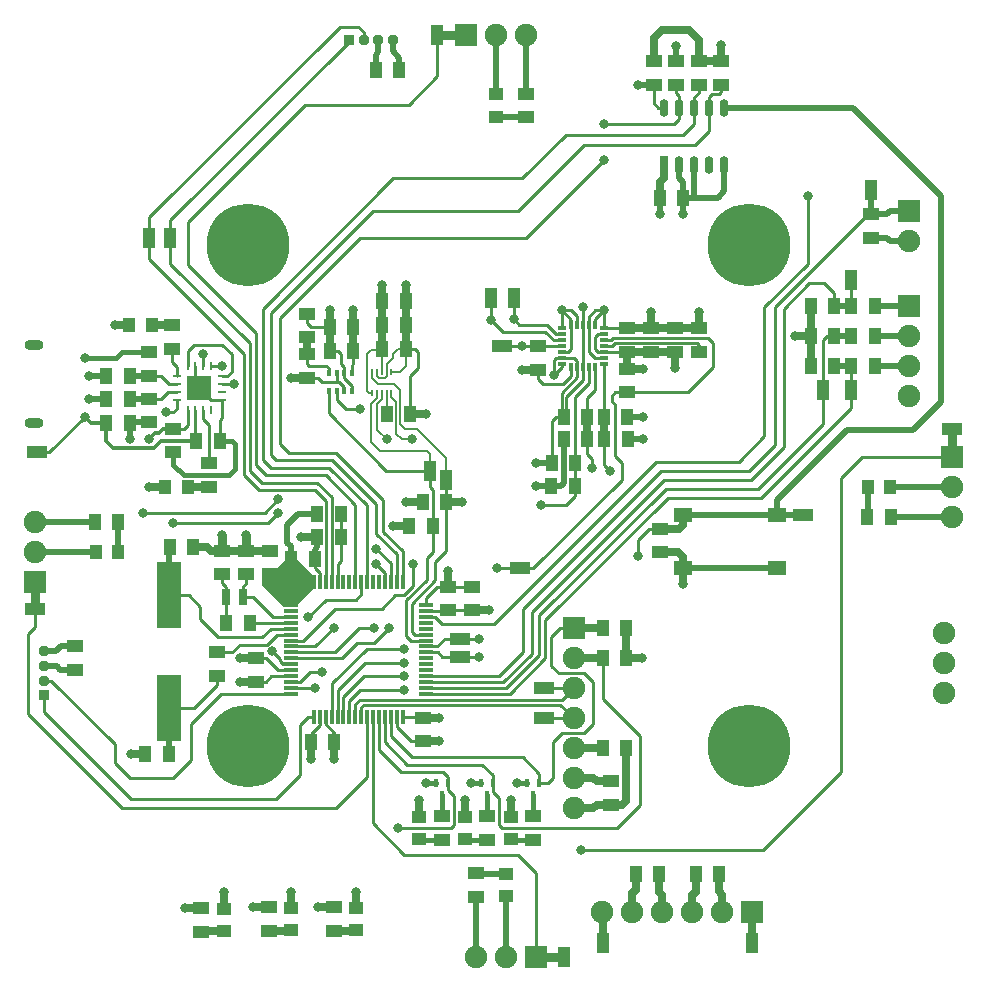
<source format=gtl>
G04*
G04 #@! TF.GenerationSoftware,Altium Limited,Altium Designer,18.1.6 (161)*
G04*
G04 Layer_Physical_Order=1*
G04 Layer_Color=255*
%FSLAX25Y25*%
%MOIN*%
G70*
G01*
G75*
%ADD12C,0.01000*%
%ADD16C,0.00800*%
%ADD17C,0.02000*%
%ADD18C,0.01500*%
%ADD50R,0.00886X0.02362*%
%ADD51R,0.03150X0.01181*%
%ADD52R,0.01181X0.03150*%
%ADD53R,0.07087X0.03937*%
%ADD54R,0.03937X0.07087*%
%ADD55R,0.03937X0.05315*%
%ADD56R,0.05315X0.03937*%
%ADD57R,0.08189X0.08189*%
%ADD58R,0.03150X0.01102*%
%ADD59R,0.01102X0.03150*%
%ADD60R,0.03937X0.04724*%
%ADD61R,0.04724X0.03937*%
%ADD62R,0.01378X0.01968*%
%ADD63R,0.01811X0.02559*%
%ADD64O,0.02992X0.05906*%
%ADD65R,0.02992X0.05906*%
%ADD66R,0.01181X0.04724*%
%ADD67R,0.04724X0.01181*%
%ADD68R,0.02953X0.05512*%
%ADD69R,0.06102X0.05118*%
%ADD70R,0.08268X0.22047*%
%ADD71C,0.02500*%
%ADD72C,0.03000*%
%ADD73C,0.01200*%
%ADD74C,0.27559*%
%ADD75O,0.06299X0.03543*%
%ADD76C,0.07500*%
%ADD77R,0.07500X0.07500*%
%ADD78R,0.07500X0.07500*%
%ADD79R,0.03740X0.03740*%
%ADD80C,0.03740*%
%ADD81R,0.03740X0.03740*%
%ADD82C,0.03150*%
G36*
X230000Y261500D02*
X231000D01*
Y257000D01*
X230000D01*
X224000Y251000D01*
X220500Y251000D01*
X213000Y258500D01*
Y263921D01*
X218047D01*
X221000Y266874D01*
X224626D01*
X230000Y261500D01*
D02*
G37*
D12*
X406000Y196000D02*
Y294000D01*
X380000Y170000D02*
X406000Y196000D01*
X319500Y170000D02*
X380000D01*
X183500Y194000D02*
X189500Y200000D01*
X169000Y194000D02*
X183500D01*
X164000Y199000D02*
X169000Y194000D01*
X164000Y199000D02*
Y205268D01*
X142783Y226484D02*
X164000Y205268D01*
X169500Y187000D02*
X217681D01*
X140433Y216067D02*
X169500Y187000D01*
X140433Y216067D02*
Y221563D01*
X181937Y217268D02*
X182142Y217472D01*
X189500Y200000D02*
Y212158D01*
X140433Y226484D02*
X142783D01*
X217681Y187000D02*
X225642Y194961D01*
Y211642D01*
X228433Y214433D02*
X230378D01*
X225642Y211642D02*
X228433Y214433D01*
X189500Y212158D02*
X199453Y222110D01*
X222701D01*
X198000Y225059D02*
Y228063D01*
X190413Y217472D02*
X198000Y225059D01*
X182142Y217472D02*
X190413D01*
X222701Y224079D02*
X230856D01*
X229095Y229500D02*
X233000D01*
X225642Y226047D02*
X229095Y229500D01*
X222701Y226047D02*
X225642D01*
X256874Y393874D02*
X299874D01*
X213500Y350500D02*
X256874Y393874D01*
X213500Y300000D02*
Y350500D01*
X250024Y383000D02*
X298500D01*
X216000Y348976D02*
X250024Y383000D01*
X216000Y301720D02*
Y348976D01*
X245598Y374000D02*
X301000D01*
X219000Y347402D02*
X245598Y374000D01*
X219000Y305524D02*
Y347402D01*
X271500Y441000D02*
X272185Y441685D01*
X262000Y418500D02*
X271500Y428000D01*
X227500Y418500D02*
X262000D01*
X188500Y379500D02*
X227500Y418500D01*
X271500Y428000D02*
Y441000D01*
X211000Y298272D02*
Y342500D01*
X188500Y365000D02*
X211000Y342500D01*
X188500Y365000D02*
Y379500D01*
X209000Y296500D02*
Y338941D01*
X182500Y365441D02*
X209000Y338941D01*
X182500Y365441D02*
Y374000D01*
X242016Y439516D02*
Y440185D01*
X182500Y380000D02*
X242016Y439516D01*
X182500Y374000D02*
Y380000D01*
X175500Y381031D02*
X238968Y444500D01*
X175500Y367000D02*
Y381031D01*
Y367000D02*
X207000Y335500D01*
X380500Y351000D02*
X395000Y365500D01*
Y388000D01*
X380500Y308000D02*
Y351000D01*
X414937Y381937D02*
X416000D01*
X384000Y351000D02*
X414937Y381937D01*
X384000Y305000D02*
Y351000D01*
X400500Y359000D02*
X403874Y355626D01*
X395500Y359000D02*
X400500D01*
X387000Y350500D02*
X395500Y359000D01*
X387000Y304500D02*
Y350500D01*
X289500Y346823D02*
Y354000D01*
X297000Y346874D02*
Y354000D01*
Y346874D02*
X298874Y345000D01*
X293000Y338000D02*
X293012Y338012D01*
X299626D01*
X291500Y264000D02*
X303500D01*
X333000Y293500D01*
Y298890D01*
X330695Y301195D02*
X333000Y298890D01*
X330695Y301195D02*
Y318460D01*
X329575Y319580D02*
X330695Y318460D01*
X329575Y319580D02*
Y321500D01*
X330638Y322563D01*
X334626D01*
X327063Y298437D02*
X329000Y296500D01*
X327063Y298437D02*
Y306878D01*
X323000Y297500D02*
Y300500D01*
X321437Y302063D02*
X323000Y300500D01*
X321437Y302063D02*
Y306878D01*
X306000Y285000D02*
X314500D01*
X317362Y287862D01*
Y291500D01*
X289500Y346823D02*
X293497Y342826D01*
X307500D01*
X230858Y237858D02*
X237000Y244000D01*
X222701Y237858D02*
X230858D01*
X237390Y235890D02*
X245500Y244000D01*
X250500D01*
Y239000D02*
X255500Y244000D01*
X222701Y235890D02*
X237390D01*
X244642Y239000D02*
X250500D01*
X239563Y233921D02*
X244642Y239000D01*
X222701Y233921D02*
X239563D01*
X173500Y282500D02*
X214000D01*
X218500Y287000D01*
X183500Y279181D02*
X215181D01*
X218500Y282500D01*
X248016Y237000D02*
X260500D01*
X236561Y225546D02*
X248016Y237000D01*
X236561Y214711D02*
Y225546D01*
X236283Y214433D02*
X236561Y214711D01*
X247516Y232500D02*
X260500D01*
X238252Y223236D02*
X247516Y232500D01*
X238252Y214433D02*
Y223236D01*
X247150Y228063D02*
X260500D01*
X240220Y221134D02*
X247150Y228063D01*
X240220Y214433D02*
Y221134D01*
X245839Y223500D02*
X260500D01*
X242189Y219850D02*
X245839Y223500D01*
X242189Y214433D02*
Y219850D01*
X320063Y345000D02*
Y351000D01*
Y331024D02*
Y345000D01*
X313075Y334075D02*
X316904D01*
X318094Y332884D01*
Y331024D02*
Y332884D01*
X324063Y349874D02*
X327000D01*
X322031Y347843D02*
X324063Y349874D01*
X322031Y345000D02*
Y347843D01*
X313075Y349874D02*
X316126D01*
X318094Y347905D01*
Y345000D02*
Y347905D01*
X316126Y345000D02*
Y346823D01*
X313075Y349874D02*
X316126Y346823D01*
X324000Y345000D02*
Y346874D01*
X327000Y349874D01*
X327051Y349823D01*
Y343917D02*
Y349823D01*
X313075Y343917D02*
Y349874D01*
X228500Y247602D02*
X234399Y253500D01*
X244250D01*
X246126Y255376D01*
Y259315D01*
X327000Y412000D02*
X350500D01*
X301000Y374000D02*
X327000Y400000D01*
X320500Y405000D02*
X357494D01*
X298500Y383000D02*
X320500Y405000D01*
X314500Y408500D02*
X353500D01*
X299874Y393874D02*
X314500Y408500D01*
X357494Y405000D02*
X362126Y409631D01*
Y417398D01*
X353500Y408500D02*
X357126Y412126D01*
Y417398D01*
X350500Y412000D02*
X352126Y413626D01*
Y417398D01*
X190882Y325299D02*
Y331500D01*
X192161Y324020D02*
X196000Y320181D01*
X338500Y268000D02*
Y273500D01*
X342142Y277142D01*
X345563D01*
X257500Y255000D02*
X260500D01*
X253000Y250500D02*
X257500Y255000D01*
X237268Y250500D02*
X253000D01*
X226594Y239827D02*
X237268Y250500D01*
X263500Y258000D02*
Y265398D01*
X260500Y255000D02*
X263500Y258000D01*
X261209Y253209D02*
X268000Y260000D01*
X261209Y241291D02*
Y253209D01*
Y241291D02*
X262673Y239827D01*
X263000Y252059D02*
X270799Y259858D01*
X263000Y242764D02*
Y252059D01*
Y242764D02*
X263968Y241795D01*
X268000Y260000D02*
Y267500D01*
X270799Y259858D02*
Y266067D01*
X222701Y239827D02*
X226594D01*
X219000Y305524D02*
X222024Y302500D01*
X237657D01*
X406000Y294000D02*
X413000Y301000D01*
X443185D01*
X372000Y299500D02*
X380500Y308000D01*
X344500Y299500D02*
X372000D01*
X290374Y245374D02*
X344500Y299500D01*
X273126Y245374D02*
X290374D01*
X348250Y287500D02*
X379500D01*
X307500Y246750D02*
X348250Y287500D01*
X307500Y234000D02*
Y246750D01*
X347701Y290500D02*
X378461D01*
X305500Y248299D02*
X347701Y290500D01*
X305500Y235024D02*
Y248299D01*
X347079Y293500D02*
X376000D01*
X303000Y249421D02*
X347079Y293500D01*
X303000Y235500D02*
Y249421D01*
X346085Y296500D02*
X375500D01*
X300000Y250415D02*
X346085Y296500D01*
X300000Y235890D02*
Y250415D01*
X246937Y440185D02*
Y442689D01*
X245126Y444500D02*
X246937Y442689D01*
X238968Y444500D02*
X245126D01*
X235409Y315591D02*
X254500Y296500D01*
X269000D01*
X235409Y315591D02*
Y322898D01*
X241000Y317000D02*
X245600D01*
X237968Y320031D02*
X241000Y317000D01*
X237968Y320031D02*
Y322898D01*
X279000Y240500D02*
X285500D01*
X279000Y234500D02*
X285500D01*
X274000Y240500D02*
X279000D01*
X271358Y237858D02*
X274000Y240500D01*
X267583Y237858D02*
X271358D01*
X273000Y234500D02*
X279000D01*
X271610Y235890D02*
X273000Y234500D01*
X267583Y235890D02*
X271610D01*
X375500Y296500D02*
X384000Y305000D01*
X378461Y290500D02*
X383230Y295270D01*
X376000Y293500D02*
X387000Y304500D01*
X383230Y295270D02*
X399961Y312000D01*
X409500Y317500D02*
Y323354D01*
X379500Y287500D02*
X409500Y317500D01*
X292126Y228016D02*
X300000Y235890D01*
X267583Y228016D02*
X292126D01*
X293547Y226047D02*
X303000Y235500D01*
X267583Y226047D02*
X293547D01*
X294555Y224079D02*
X305500Y235024D01*
X267583Y224079D02*
X294555D01*
X295610Y222110D02*
X307500Y234000D01*
X267583Y222110D02*
X295610D01*
X399961Y312000D02*
X400000Y318039D01*
Y323354D01*
X403874Y351500D02*
Y355626D01*
X409500Y351500D02*
Y360000D01*
X400000Y323354D02*
Y340000D01*
X401500Y341500D01*
X403874D01*
X409500Y323354D02*
Y331500D01*
X326500Y149206D02*
X326563Y149143D01*
X244339Y143063D02*
X244535Y143260D01*
X222681Y143063D02*
X222878Y143260D01*
X192882Y142823D02*
X193079Y143020D01*
X216500Y236327D02*
X219000Y233827D01*
Y233000D02*
Y233827D01*
Y233000D02*
X220047Y231953D01*
X222701D01*
X258500Y177500D02*
X276000D01*
X277000Y178500D01*
Y188000D01*
X275013Y189987D02*
X277000Y188000D01*
X275013Y189987D02*
Y192396D01*
X274976Y192433D02*
X275013Y192396D01*
X307000Y214000D02*
X317041D01*
X307000Y224000D02*
X317041D01*
X326563Y220437D02*
Y234000D01*
Y220437D02*
X339000Y208000D01*
Y185000D02*
Y208000D01*
X331500Y177500D02*
X339000Y185000D01*
X293000Y177500D02*
X331500D01*
X292000Y178500D02*
X293000Y177500D01*
X292000Y178500D02*
Y187500D01*
X290159Y189341D02*
X292000Y187500D01*
X290159Y189341D02*
Y192463D01*
X290122Y192500D02*
X290159Y192463D01*
X313000Y209000D02*
X320532D01*
X310000Y206000D02*
X313000Y209000D01*
X310000Y194000D02*
Y206000D01*
X309488Y240988D02*
X312500Y244000D01*
X309488Y231512D02*
Y240988D01*
Y231512D02*
X312000Y229000D01*
X320500D01*
X312500Y244000D02*
X317041D01*
X320500Y229000D02*
X323500Y226000D01*
Y211968D02*
Y226000D01*
X320532Y209000D02*
X323500Y211968D01*
X308433Y192433D02*
X310000Y194000D01*
X305476Y192433D02*
X308433D01*
X265476Y173693D02*
X265673Y173496D01*
X280661Y173693D02*
X280858Y173496D01*
X295976Y173693D02*
X296173Y173496D01*
X288154Y181378D02*
X288161Y181370D01*
X272992D02*
X273008Y181386D01*
X305476Y192433D02*
Y195524D01*
X300000Y201000D02*
X305476Y195524D01*
X263000Y201000D02*
X300000D01*
X290122Y192500D02*
Y194878D01*
X286500Y198500D02*
X290122Y194878D01*
X274976Y192433D02*
Y194480D01*
X273457Y196000D02*
X274976Y194480D01*
X259500Y196000D02*
X273457D01*
X260500Y168500D02*
X298500D01*
X250063Y178937D02*
X260500Y168500D01*
X250063Y178937D02*
Y214433D01*
X313141Y220100D02*
X317041Y224000D01*
X245600Y220100D02*
X313141D01*
X312541Y218500D02*
X317041Y214000D01*
X247000Y218500D02*
X312541D01*
X244158Y218657D02*
X245600Y220100D01*
X244158Y214433D02*
Y218657D01*
X246126Y217626D02*
X247000Y218500D01*
X246126Y214433D02*
Y217626D01*
X298500Y168500D02*
X304500Y162500D01*
Y134315D02*
Y162500D01*
X252031Y203468D02*
X259500Y196000D01*
X252031Y203468D02*
Y214433D01*
X261500Y198500D02*
X286500D01*
X254000Y206000D02*
X261500Y198500D01*
X254000Y206000D02*
Y214433D01*
X255968Y208032D02*
X263000Y201000D01*
X255968Y208032D02*
Y214433D01*
X257937Y210968D02*
Y214433D01*
Y210968D02*
X262638Y206268D01*
X266626D01*
X266335Y214433D02*
X266626Y214142D01*
X259906Y214433D02*
X266335D01*
X137315Y244315D02*
Y250500D01*
X135000Y242000D02*
X137315Y244315D01*
X135000Y215315D02*
Y242000D01*
Y215315D02*
X166315Y184000D01*
X237689D01*
X248095Y194405D01*
Y214433D01*
X138000Y302563D02*
X142063D01*
X154000Y314500D01*
X270020Y278000D02*
Y289980D01*
X269000Y291000D02*
X270020Y289980D01*
X269000Y291000D02*
Y296500D01*
X274457Y285906D02*
Y293500D01*
Y269724D02*
Y285906D01*
X270799Y266067D02*
X274457Y269724D01*
X270020Y269520D02*
Y278000D01*
X268000Y267500D02*
X270020Y269520D01*
X216000Y301720D02*
X217721Y300000D01*
X236500D01*
X251000Y285500D01*
X213500Y300000D02*
X216000Y297500D01*
X235500D01*
X214272Y295000D02*
X234315D01*
X211000Y298272D02*
X214272Y295000D01*
X213000Y292500D02*
X231500D01*
X209000Y296500D02*
X213000Y292500D01*
X207000Y295000D02*
Y335500D01*
X212000Y290000D02*
X230856D01*
X207000Y295000D02*
X212000Y290000D01*
X237657Y302500D02*
X253500Y286658D01*
Y276000D02*
Y286658D01*
Y276000D02*
X259906Y269595D01*
Y259315D02*
Y269595D01*
X251000Y275500D02*
Y285500D01*
Y275500D02*
X257937Y268563D01*
Y259315D02*
Y268563D01*
X255968Y259315D02*
Y265531D01*
X251000Y270500D02*
X255968Y265531D01*
X254000Y259315D02*
Y262399D01*
X251000Y265399D02*
X254000Y262399D01*
X251000Y265399D02*
Y265500D01*
X235500Y297500D02*
X248095Y284906D01*
Y259315D02*
Y284906D01*
X244158Y259315D02*
Y285157D01*
X234315Y295000D02*
X244158Y285157D01*
X231500Y292500D02*
X236278Y287722D01*
Y259320D02*
Y287722D01*
X199642Y325299D02*
X203642D01*
X270799Y247701D02*
X273126Y245374D01*
X267583Y247701D02*
X270799D01*
X262673Y239827D02*
X267583D01*
X263968Y241795D02*
X267583D01*
X239346Y274500D02*
Y282000D01*
Y266346D02*
Y274500D01*
X238252Y265252D02*
X239346Y266346D01*
X238252Y259315D02*
Y265252D01*
X230856Y290000D02*
X234541Y286315D01*
Y266541D02*
Y286315D01*
X234315Y266315D02*
X234541Y266541D01*
X234315Y259315D02*
Y266315D01*
X236278Y259320D02*
X236283Y259315D01*
X275205Y257811D02*
X283205D01*
X271311D02*
X275205D01*
X267583Y254083D02*
X271311Y257811D01*
X267583Y251638D02*
Y254083D01*
X275205Y249937D02*
X283205D01*
X274937Y249669D02*
X275205Y249937D01*
X267583Y249669D02*
X274937D01*
X230642Y263921D02*
Y266874D01*
Y263921D02*
X232347Y262216D01*
Y259315D02*
Y262216D01*
X188626Y254874D02*
X192500Y251000D01*
Y247000D02*
Y251000D01*
Y247000D02*
X198500Y241000D01*
X182142Y254874D02*
X188626D01*
X182142Y270748D02*
X182268Y270874D01*
X200768Y254209D02*
X201063Y253913D01*
Y245732D02*
Y253913D01*
X208642Y245374D02*
X209000Y245732D01*
X222701D01*
X218453Y229984D02*
X222701D01*
X214374Y234063D02*
X218453Y229984D01*
X211000Y234063D02*
X214374D01*
X216220Y228016D02*
X222701D01*
X214394Y226189D02*
X216220Y228016D01*
X211000Y226189D02*
X214394D01*
X198000Y235937D02*
X203000D01*
X205563Y238500D01*
X214705D01*
X218000Y241795D01*
X222701D01*
X198500Y241000D02*
X213205D01*
X215968Y243764D01*
X222701D01*
X237142Y205874D02*
Y209066D01*
X234315Y211893D02*
X237142Y209066D01*
X234315Y211893D02*
Y214433D01*
X229268Y208768D02*
X232347Y211846D01*
X229268Y205874D02*
Y208768D01*
X232347Y211846D02*
Y214433D01*
X188240Y291000D02*
X188256Y291016D01*
X199642Y314142D02*
Y320181D01*
X199000Y313500D02*
X199642Y314142D01*
X199000Y306563D02*
Y313500D01*
X198937Y306500D02*
X199000Y306563D01*
X182937Y345000D02*
X183000Y344937D01*
X199642Y327858D02*
X201358D01*
X203000Y329500D01*
Y335374D01*
X199874Y338500D02*
X203000Y335374D01*
X190500Y338500D02*
X199874D01*
X188323Y336323D02*
X190500Y338500D01*
X188323Y331500D02*
Y336323D01*
X193441Y331500D02*
Y335500D01*
X184681Y327858D02*
Y330941D01*
X183000Y332622D02*
X184681Y330941D01*
X183000Y332622D02*
Y337063D01*
X196000Y331500D02*
X199705D01*
X229500Y344500D02*
X235591D01*
X228153Y345847D02*
X229500Y344500D01*
X228153Y345847D02*
Y348811D01*
X237970Y326000D02*
X238799D01*
X233000D02*
X237970D01*
X237968Y326002D02*
X237970Y326000D01*
X238799D02*
X240528Y324272D01*
Y322898D02*
Y324272D01*
X237968Y326002D02*
Y329000D01*
X231563Y327437D02*
X233000Y326000D01*
X228153Y327437D02*
X231563D01*
X240528Y327193D02*
Y329000D01*
Y327193D02*
X243087Y324634D01*
Y322898D02*
Y324634D01*
X228153Y332122D02*
Y335311D01*
Y332122D02*
X228839Y331437D01*
X234500D01*
X235409Y330528D01*
Y329000D02*
Y330528D01*
X235591Y336500D02*
X238390D01*
X239390Y335500D01*
Y332122D02*
Y335500D01*
Y332122D02*
X240528Y330984D01*
Y329000D02*
Y330984D01*
X243087Y331622D02*
X243465Y332000D01*
Y336500D01*
X243087Y329000D02*
Y331622D01*
X334626Y322563D02*
X355000D01*
X363500Y331063D01*
X311000Y314500D02*
X313563D01*
X309563Y313063D02*
X311000Y314500D01*
X309563Y299000D02*
Y313063D01*
X313563Y314500D02*
X314500Y315437D01*
X313000Y315063D02*
X313563Y314500D01*
X313000Y315063D02*
Y322459D01*
X314500Y315437D02*
Y321000D01*
X313000Y322459D02*
X318094Y327553D01*
Y331024D01*
X314500Y321000D02*
X320063Y326563D01*
Y331024D01*
X316126Y337126D02*
Y345000D01*
X315043Y336043D02*
X316126Y337126D01*
X313075Y336043D02*
X315043D01*
X311075Y334075D02*
X313075D01*
X310500Y328500D02*
Y333500D01*
X311075Y334075D01*
X310500Y328500D02*
X313075Y331075D01*
Y332106D01*
X324000Y323354D02*
Y331024D01*
X321437Y320791D02*
X324000Y323354D01*
X321437Y314500D02*
Y320791D01*
X317437Y299000D02*
Y320937D01*
X305000Y327000D02*
Y330138D01*
Y327000D02*
X306701Y325299D01*
X313299D01*
X316126Y328126D01*
Y331024D01*
X317362Y298925D02*
X317437Y299000D01*
X317362Y291500D02*
Y298925D01*
X322031Y325532D02*
Y331024D01*
X317437Y320937D02*
X322031Y325532D01*
X326988Y306953D02*
X327063Y306878D01*
X299626Y338012D02*
X305000D01*
X298874Y345000D02*
X308000D01*
X305000Y338012D02*
X313075D01*
X307500Y342826D02*
X310345Y339980D01*
X313075D01*
X308000Y345000D02*
X311051Y341949D01*
X313075D01*
X361800Y340826D02*
X363500Y339126D01*
Y331063D02*
Y339126D01*
X326988Y314500D02*
X327051Y314563D01*
Y332106D01*
X322031Y336094D02*
Y345000D01*
Y336094D02*
X324051Y334075D01*
X327051D01*
X325083Y336043D02*
X327051D01*
X324126Y337000D02*
X325083Y336043D01*
X324126Y337000D02*
Y341000D01*
X325075Y341949D01*
X327051D01*
X330126Y340826D02*
X361800D01*
X358626Y336063D02*
Y338500D01*
X357995Y339131D02*
X358626Y338500D01*
X330695Y339131D02*
X357995D01*
X329575Y338012D02*
X330695Y339131D01*
X329281Y339980D02*
X330126Y340826D01*
X327051Y339980D02*
X329281D01*
X327051Y338012D02*
X329575D01*
X334606Y343917D02*
X334626Y343937D01*
X327051Y343917D02*
X334606D01*
X334606Y336043D02*
X334626Y336063D01*
X327051Y336043D02*
X334606D01*
X313063Y338000D02*
X313075Y338012D01*
X265150Y330626D02*
Y335874D01*
X262449Y327925D02*
X265150Y330626D01*
X262449Y315500D02*
Y327925D01*
X261087Y337000D02*
X264024D01*
X265150Y335874D01*
X207705Y258874D02*
Y261937D01*
X206642Y257811D02*
X207705Y258874D01*
X206642Y254374D02*
Y257811D01*
X199705Y258874D02*
Y261937D01*
Y258874D02*
X200933Y257646D01*
Y254374D02*
Y257646D01*
X200768Y254209D02*
X200933Y254374D01*
X216878Y247701D02*
X222701D01*
X210205Y254374D02*
X216878Y247701D01*
X206642Y254374D02*
X210205D01*
X365362Y421925D02*
X366063Y422626D01*
X362925Y421925D02*
X365362D01*
X362126Y421126D02*
X362925Y421925D01*
X366063Y422626D02*
Y425063D01*
X362126Y417398D02*
Y421126D01*
X358563Y422488D02*
Y425063D01*
X357126Y421051D02*
X358563Y422488D01*
X357126Y417398D02*
Y421051D01*
X352126Y417398D02*
Y421374D01*
X351126Y422374D02*
X352126Y421374D01*
X351126Y422374D02*
Y425063D01*
X343563Y419000D02*
X345165Y417398D01*
X343563Y419000D02*
Y425063D01*
X345165Y417398D02*
X347126D01*
X196000Y320181D02*
X199642D01*
X190882Y325299D02*
X192161Y324020D01*
X181000Y316000D02*
X183500D01*
X184681Y317181D01*
Y320181D01*
X195252Y298890D02*
Y311748D01*
X193441Y313559D02*
X195252Y311748D01*
X193441Y313559D02*
Y316539D01*
X183500Y310437D02*
X186937D01*
X188323Y311823D01*
Y316539D01*
X190882Y306681D02*
Y316539D01*
X168937Y328000D02*
X169063Y328126D01*
X168937Y320500D02*
X169000Y320437D01*
X182201Y325299D02*
X184681D01*
X179374Y328126D02*
X182201Y325299D01*
X175500Y328126D02*
X179374D01*
X181803Y322740D02*
X184681D01*
X179500Y320437D02*
X181803Y322740D01*
X175500Y320437D02*
X179500D01*
D16*
X269000Y296500D02*
Y302000D01*
X268000Y303000D02*
X269000Y302000D01*
X252358Y303000D02*
X268000D01*
X249304Y306054D02*
X252358Y303000D01*
X249304Y306054D02*
Y318654D01*
X251425Y310102D02*
X254575Y306953D01*
X259622Y306878D02*
X263000D01*
X257650Y308850D02*
X259622Y306878D01*
X264626Y310437D02*
X274457Y300606D01*
X260736Y310437D02*
X264626D01*
X259150Y312024D02*
X260736Y310437D01*
X259150Y312024D02*
Y323500D01*
X274457Y293500D02*
Y300606D01*
X249304Y318654D02*
X251425Y320776D01*
X257650Y308850D02*
Y319500D01*
X251750Y325449D02*
X257201D01*
X259150Y323500D01*
X249882Y327317D02*
X251750Y325449D01*
X256150Y321000D02*
X257650Y319500D01*
X256150Y321000D02*
Y322413D01*
X251425Y310102D02*
Y318654D01*
X253000Y320229D01*
Y322413D01*
X251425Y320776D02*
Y322413D01*
Y327895D02*
X252101Y327219D01*
X253899D01*
X254575Y327895D01*
X249882Y327317D02*
Y329468D01*
X249850Y329500D02*
X249882Y329468D01*
X254575Y327895D02*
Y329500D01*
X249512Y336787D02*
X253000D01*
X248150Y335425D02*
X249512Y336787D01*
X248150Y323126D02*
Y335425D01*
Y323126D02*
X248862Y322413D01*
X249850D01*
X254575Y315500D02*
X254575Y315500D01*
Y322413D01*
X261087Y331437D02*
Y337000D01*
X259150Y329500D02*
X261087Y331437D01*
X256150Y329500D02*
X259150D01*
X256650Y335374D02*
X258276Y337000D01*
X256650Y333937D02*
Y335374D01*
X254575Y331862D02*
X256650Y333937D01*
X258276Y337000D02*
X261087D01*
X254575Y329500D02*
Y331862D01*
X251425Y327895D02*
Y329500D01*
X253000D02*
Y336787D01*
D17*
X181937Y202000D02*
Y217268D01*
X345563Y382126D02*
Y387500D01*
X304350Y291500D02*
X309488D01*
X304425Y299000D02*
X309563D01*
X338425Y425063D02*
X343563D01*
X357126Y388126D02*
Y398500D01*
X356500Y387500D02*
X357126Y388126D01*
X353437Y387500D02*
X356500D01*
X365000D01*
X367126Y389626D01*
Y398500D01*
X408000Y310000D02*
X430000D01*
X384563Y286563D02*
X408000Y310000D01*
X384563Y281705D02*
Y286563D01*
X416000Y381937D02*
Y390000D01*
X384563Y281705D02*
X393500D01*
X225000Y282000D02*
X231472D01*
X221500Y278500D02*
X225000Y282000D01*
X221500Y272500D02*
Y278500D01*
Y272500D02*
X222768Y271232D01*
Y266874D02*
Y271232D01*
X231472Y270972D02*
Y274500D01*
X230642Y270142D02*
X231472Y270972D01*
X230642Y266874D02*
Y270142D01*
X351126Y432937D02*
Y438075D01*
X353437Y382126D02*
Y387500D01*
X353264Y281705D02*
X384563D01*
X353264Y263988D02*
X384563D01*
X430000Y310000D02*
X439500Y319500D01*
Y388000D01*
X410102Y417398D02*
X439500Y388000D01*
X367126Y417398D02*
X410102D01*
X182142Y254874D02*
Y270748D01*
X334862Y314500D02*
X340000D01*
X334937Y306878D02*
X340000D01*
X313563Y292488D02*
Y306878D01*
X312575Y291500D02*
X313563Y292488D01*
X309488Y291500D02*
X312575D01*
X353437Y387500D02*
Y392563D01*
X352126Y393874D02*
X353437Y392563D01*
X352126Y393874D02*
Y398500D01*
X417374Y351500D02*
X428607D01*
X417374Y341500D02*
X428607D01*
X417374Y331500D02*
X428607D01*
X403874Y351500D02*
X409500D01*
X403874Y341500D02*
X409500D01*
X403874Y331500D02*
X409500D01*
X422500Y373000D02*
X428607D01*
X421437Y374063D02*
X422500Y373000D01*
X416000Y374063D02*
X421437D01*
X422500Y383000D02*
X428607D01*
X421437Y381937D02*
X422500Y383000D01*
X416000Y381937D02*
X421437D01*
X258874Y430185D02*
Y434126D01*
X256780Y436221D02*
X258874Y434126D01*
X256780Y436221D02*
Y440185D01*
X251858Y435858D02*
Y440185D01*
X251000Y435000D02*
X251858Y435858D01*
X251000Y430185D02*
Y435000D01*
X146000Y238000D02*
X150815D01*
X144327Y236327D02*
X146000Y238000D01*
X140433Y236327D02*
X144327D01*
X145874Y230126D02*
X150815D01*
X144595Y231405D02*
X145874Y230126D01*
X140433Y231405D02*
X144595D01*
X168937Y307000D02*
Y312500D01*
X169000Y312563D01*
X175500D01*
X155500Y328000D02*
X161063D01*
X155500Y320500D02*
X161063D01*
X169063Y328126D02*
X175500D01*
X169000Y320437D02*
X175500D01*
X422425Y291000D02*
X443185D01*
X422622Y281000D02*
X443185D01*
X284697Y162055D02*
X294500D01*
Y134315D02*
Y154575D01*
X284500Y134315D02*
Y154378D01*
X165055Y269315D02*
Y279181D01*
X137315Y269315D02*
X157575D01*
X137315Y279315D02*
X157315D01*
X301000Y422122D02*
Y441685D01*
X291000Y414445D02*
X300803D01*
X291000Y421925D02*
Y441685D01*
X414945Y281197D02*
Y291000D01*
D18*
X298083Y192433D02*
X301539D01*
X282728Y192500D02*
X286185D01*
X267583Y192433D02*
X271039D01*
X265673Y173496D02*
X272992D01*
X280858D02*
X288161D01*
X296173D02*
X303508D01*
Y181370D02*
Y188299D01*
X288154Y181378D02*
Y188366D01*
X273008Y181386D02*
Y188299D01*
X203000Y306500D02*
X204000Y305500D01*
X198937Y306500D02*
X203000D01*
X183500Y298500D02*
Y302563D01*
Y298500D02*
X187000Y295000D01*
X202000D01*
X204000Y297000D01*
Y305500D01*
X166555Y336000D02*
X175500D01*
X164555Y334000D02*
X166555Y336000D01*
X154000Y334000D02*
X164555D01*
D50*
X249850Y322413D02*
D03*
X251425D02*
D03*
X253000D02*
D03*
X254575D02*
D03*
X256150D02*
D03*
X249850Y329500D02*
D03*
X251425D02*
D03*
X253000D02*
D03*
X254575D02*
D03*
X256150D02*
D03*
D51*
X313075Y343917D02*
D03*
Y341949D02*
D03*
Y339980D02*
D03*
Y338012D02*
D03*
Y336043D02*
D03*
Y334075D02*
D03*
Y332106D02*
D03*
X327051D02*
D03*
Y334075D02*
D03*
Y336043D02*
D03*
Y338012D02*
D03*
Y339980D02*
D03*
Y341949D02*
D03*
Y343917D02*
D03*
D52*
X316126Y331024D02*
D03*
X318094D02*
D03*
X320063D02*
D03*
X322031D02*
D03*
X324000D02*
D03*
Y345000D02*
D03*
X322031D02*
D03*
X320063D02*
D03*
X318094D02*
D03*
X316126D02*
D03*
D53*
X293000Y338000D02*
D03*
X299000Y264000D02*
D03*
X307000Y214000D02*
D03*
Y224000D02*
D03*
X138000Y302563D02*
D03*
X279000Y240500D02*
D03*
Y234500D02*
D03*
X137315Y250500D02*
D03*
X443185Y310437D02*
D03*
X393500Y281705D02*
D03*
D54*
X289500Y354000D02*
D03*
X297000D02*
D03*
X175500Y374016D02*
D03*
X182500Y374000D02*
D03*
X274457Y293500D02*
D03*
X269000Y296500D02*
D03*
X416000Y390000D02*
D03*
X376500Y139000D02*
D03*
X326563D02*
D03*
X409500Y323354D02*
D03*
X400000D02*
D03*
X409500Y360000D02*
D03*
X271500Y441685D02*
D03*
X313563Y134315D02*
D03*
D55*
X417374Y331500D02*
D03*
X409500D02*
D03*
X403874D02*
D03*
X396000D02*
D03*
X403874Y341500D02*
D03*
X396000D02*
D03*
X417374D02*
D03*
X409500D02*
D03*
X417374Y351500D02*
D03*
X409500D02*
D03*
X403874D02*
D03*
X396000D02*
D03*
X357563Y162055D02*
D03*
X365437D02*
D03*
X345437D02*
D03*
X337563D02*
D03*
X334437Y204000D02*
D03*
X326563D02*
D03*
X334437Y244000D02*
D03*
X326563D02*
D03*
X334437Y234000D02*
D03*
X326563D02*
D03*
X161063Y312500D02*
D03*
X168937D02*
D03*
X191063Y306500D02*
D03*
X198937D02*
D03*
X168937Y328000D02*
D03*
X161063D02*
D03*
X168937Y320500D02*
D03*
X161063D02*
D03*
X262146Y278000D02*
D03*
X270020D02*
D03*
X266583Y285906D02*
D03*
X274457D02*
D03*
X313563Y306878D02*
D03*
X321437D02*
D03*
X334937D02*
D03*
X327063D02*
D03*
X309488Y291500D02*
D03*
X317362D02*
D03*
X321437Y314500D02*
D03*
X313563D02*
D03*
X326988D02*
D03*
X334862D02*
D03*
X317437Y299000D02*
D03*
X309563D02*
D03*
X235591Y336500D02*
D03*
X243465D02*
D03*
X235591Y344500D02*
D03*
X243465D02*
D03*
X258874Y430185D02*
D03*
X251000D02*
D03*
X345563Y387500D02*
D03*
X353437D02*
D03*
X157315Y279315D02*
D03*
X165189D02*
D03*
X422622Y281000D02*
D03*
X414748D02*
D03*
X229268Y205874D02*
D03*
X237142D02*
D03*
X230642Y266874D02*
D03*
X222768D02*
D03*
X208937Y245732D02*
D03*
X201063D02*
D03*
X190142Y270874D02*
D03*
X182268D02*
D03*
X174063Y202000D02*
D03*
X181937D02*
D03*
X231472Y282000D02*
D03*
X239346D02*
D03*
Y274500D02*
D03*
X231472D02*
D03*
X261087Y345000D02*
D03*
X253213D02*
D03*
X261087Y353000D02*
D03*
X253213D02*
D03*
X261087Y337000D02*
D03*
X253213D02*
D03*
X262449Y315500D02*
D03*
X254575D02*
D03*
D56*
X416000Y374063D02*
D03*
Y381937D02*
D03*
X329500Y185063D02*
D03*
Y192937D02*
D03*
X175500Y328126D02*
D03*
Y336000D02*
D03*
X195252Y291016D02*
D03*
Y298890D02*
D03*
X183000Y344937D02*
D03*
Y337063D02*
D03*
X175500Y312563D02*
D03*
Y320437D02*
D03*
X183500Y302563D02*
D03*
Y310437D02*
D03*
X237098Y150937D02*
D03*
Y143063D02*
D03*
X215272Y150937D02*
D03*
Y143063D02*
D03*
X192882Y150697D02*
D03*
Y142823D02*
D03*
X228153Y327437D02*
D03*
Y335311D02*
D03*
X150815Y238000D02*
D03*
Y230126D02*
D03*
X228153Y340937D02*
D03*
Y348811D02*
D03*
X272992Y173496D02*
D03*
Y181370D02*
D03*
X288161Y173496D02*
D03*
Y181370D02*
D03*
X303508Y173496D02*
D03*
Y181370D02*
D03*
X358563Y432937D02*
D03*
Y425063D02*
D03*
X366063Y432937D02*
D03*
Y425063D02*
D03*
X343563Y432937D02*
D03*
Y425063D02*
D03*
X351126D02*
D03*
Y432937D02*
D03*
X301000Y422122D02*
D03*
Y414248D02*
D03*
X284500Y154378D02*
D03*
Y162252D02*
D03*
X215705Y269811D02*
D03*
Y261937D02*
D03*
X211000Y234063D02*
D03*
Y226189D02*
D03*
X266626Y206268D02*
D03*
Y214142D02*
D03*
X275205Y249937D02*
D03*
Y257811D02*
D03*
X283205Y249937D02*
D03*
Y257811D02*
D03*
X207705Y269811D02*
D03*
Y261937D02*
D03*
X199705Y269811D02*
D03*
Y261937D02*
D03*
X345563Y269268D02*
D03*
Y277142D02*
D03*
X198000Y235937D02*
D03*
Y228063D02*
D03*
X305000Y330138D02*
D03*
Y338012D02*
D03*
X342626Y343937D02*
D03*
Y336063D02*
D03*
X350626Y343937D02*
D03*
Y336063D02*
D03*
X334626Y343937D02*
D03*
Y336063D02*
D03*
X358626Y343937D02*
D03*
Y336063D02*
D03*
X334626Y322563D02*
D03*
Y330437D02*
D03*
D57*
X192161Y324020D02*
D03*
D58*
X199642Y327858D02*
D03*
Y325299D02*
D03*
Y322740D02*
D03*
Y320181D02*
D03*
X184681D02*
D03*
Y322740D02*
D03*
Y325299D02*
D03*
Y327858D02*
D03*
D59*
X196000Y316539D02*
D03*
X193441D02*
D03*
X190882D02*
D03*
X188323D02*
D03*
Y331500D02*
D03*
X190882D02*
D03*
X193441D02*
D03*
X196000D02*
D03*
D60*
X188240Y291000D02*
D03*
X180760D02*
D03*
X176240Y345000D02*
D03*
X168760D02*
D03*
X165055Y269315D02*
D03*
X157575D02*
D03*
X414945Y291000D02*
D03*
X422425D02*
D03*
D61*
X244535Y143260D02*
D03*
Y150740D02*
D03*
X222878Y143260D02*
D03*
Y150740D02*
D03*
X200315Y143020D02*
D03*
Y150500D02*
D03*
X265476Y173693D02*
D03*
Y181173D02*
D03*
X280661Y173693D02*
D03*
Y181173D02*
D03*
X295976Y173693D02*
D03*
Y181173D02*
D03*
X291000Y414445D02*
D03*
Y421925D02*
D03*
X294500Y162055D02*
D03*
Y154575D02*
D03*
D62*
X243087Y329000D02*
D03*
X240528D02*
D03*
X237968D02*
D03*
X235409D02*
D03*
X243087Y322898D02*
D03*
X240528D02*
D03*
X237968D02*
D03*
X235409D02*
D03*
D63*
X274976Y192433D02*
D03*
X271039D02*
D03*
X273008Y188299D02*
D03*
X290122Y192500D02*
D03*
X286185D02*
D03*
X288154Y188366D02*
D03*
X305476Y192433D02*
D03*
X301539D02*
D03*
X303508Y188299D02*
D03*
D64*
X367126Y417398D02*
D03*
X362126D02*
D03*
X357126D02*
D03*
X352126D02*
D03*
X347126D02*
D03*
X367126Y398500D02*
D03*
X362126D02*
D03*
X357126D02*
D03*
X352126D02*
D03*
D65*
X347126D02*
D03*
D66*
X230378Y259315D02*
D03*
X232347D02*
D03*
X234315D02*
D03*
X236283D02*
D03*
X238252D02*
D03*
X240220D02*
D03*
X242189D02*
D03*
X244158D02*
D03*
X246126D02*
D03*
X248095D02*
D03*
X250063D02*
D03*
X252031D02*
D03*
X254000D02*
D03*
X255968D02*
D03*
X257937D02*
D03*
X259906D02*
D03*
Y214433D02*
D03*
X257937D02*
D03*
X255968D02*
D03*
X254000D02*
D03*
X252031D02*
D03*
X250063D02*
D03*
X248095D02*
D03*
X246126D02*
D03*
X244158D02*
D03*
X242189D02*
D03*
X240220D02*
D03*
X238252D02*
D03*
X236283D02*
D03*
X234315D02*
D03*
X232347D02*
D03*
X230378D02*
D03*
D67*
X267583Y251638D02*
D03*
Y249669D02*
D03*
Y247701D02*
D03*
Y245732D02*
D03*
Y243764D02*
D03*
Y241795D02*
D03*
Y239827D02*
D03*
Y237858D02*
D03*
Y235890D02*
D03*
Y233921D02*
D03*
Y231953D02*
D03*
Y229984D02*
D03*
Y228016D02*
D03*
Y226047D02*
D03*
Y224079D02*
D03*
Y222110D02*
D03*
X222701D02*
D03*
Y224079D02*
D03*
Y226047D02*
D03*
Y228016D02*
D03*
Y229984D02*
D03*
Y231953D02*
D03*
Y233921D02*
D03*
Y235890D02*
D03*
Y237858D02*
D03*
Y239827D02*
D03*
Y241795D02*
D03*
Y243764D02*
D03*
Y245732D02*
D03*
Y247701D02*
D03*
Y249669D02*
D03*
Y251638D02*
D03*
D68*
X206642Y254374D02*
D03*
X200933D02*
D03*
D69*
X384563Y263988D02*
D03*
X353264D02*
D03*
X384563Y281705D02*
D03*
X353264D02*
D03*
D70*
X182142Y254874D02*
D03*
Y217472D02*
D03*
D71*
X169500Y202000D02*
X174063D01*
X274457Y285906D02*
X279831D01*
X358626Y343937D02*
Y349311D01*
X342626Y343937D02*
Y349311D01*
X334626Y330437D02*
X340000D01*
X350626Y330689D02*
Y336063D01*
X299626Y330138D02*
X305000D01*
X235591Y344500D02*
Y349874D01*
X261087Y353000D02*
Y358374D01*
X262449Y315500D02*
X267823D01*
X243465Y344500D02*
Y349874D01*
X222779Y327437D02*
X228153D01*
X253213Y353000D02*
Y358374D01*
X396000Y331500D02*
Y341500D01*
Y351500D01*
X326563Y139000D02*
Y149143D01*
X376500Y139000D02*
Y149204D01*
X187508Y150697D02*
X192882D01*
X209898Y150937D02*
X215272D01*
X231724D02*
X237098D01*
Y143063D02*
X244339D01*
X215272D02*
X222681D01*
X193079Y143020D02*
X200315D01*
Y150500D02*
Y155874D01*
X222878Y150740D02*
Y156114D01*
X244535Y150740D02*
Y156114D01*
X334437Y234000D02*
Y244000D01*
Y186437D02*
Y204000D01*
X333063Y185063D02*
X334437Y186437D01*
X329500Y185063D02*
X333063D01*
X295976Y181173D02*
Y186547D01*
X280661Y181173D02*
Y186547D01*
X265476Y181173D02*
Y186547D01*
X261209Y285906D02*
X266583D01*
X256772Y278000D02*
X262146D01*
X283205Y249937D02*
X288579D01*
X275205Y257811D02*
Y263185D01*
X226098Y274500D02*
X231472D01*
X358563Y432937D02*
Y440185D01*
X355248Y443500D02*
X358563Y440185D01*
X346500Y443500D02*
X355248D01*
X343563Y440563D02*
X346500Y443500D01*
X343563Y432937D02*
Y440563D01*
X366063Y432937D02*
Y438311D01*
X358563Y432937D02*
X366063D01*
X390626Y341500D02*
X396000D01*
X353264Y258614D02*
Y263988D01*
X334437Y234000D02*
X339811D01*
X345563Y277142D02*
X352142D01*
X353264Y278264D01*
Y281705D01*
X345563Y269268D02*
X351732D01*
X353264Y267736D01*
Y263988D02*
Y267736D01*
X195941Y269811D02*
X199705D01*
X194878Y270874D02*
X195941Y269811D01*
X190142Y270874D02*
X194878D01*
X207705Y269811D02*
X215705D01*
X199705D02*
X207705D01*
X205626Y226189D02*
X211000D01*
X205626Y234063D02*
X211000D01*
X266626Y214142D02*
X272000D01*
X266626Y206268D02*
X272000D01*
X229268Y200500D02*
Y205874D01*
X237142Y200500D02*
Y205874D01*
X180744Y291016D02*
X180760Y291000D01*
X175500Y291016D02*
X180744D01*
X168697Y344937D02*
X168760Y345000D01*
X164000Y344937D02*
X168697D01*
X188256Y291016D02*
X195252D01*
X176240Y345000D02*
X182937D01*
X228153Y335311D02*
Y340937D01*
X235591Y336500D02*
Y344500D01*
X243465Y336500D02*
Y344500D01*
X326988Y306953D02*
Y314500D01*
X321437Y306878D02*
Y314500D01*
X350626Y343937D02*
X358626D01*
X334626Y330437D02*
Y336063D01*
X342626Y343937D02*
X350626D01*
X334626D02*
X342626D01*
Y336063D02*
X350626D01*
X334626D02*
X342626D01*
X261087Y345000D02*
Y353000D01*
Y337000D02*
Y345000D01*
X253213D02*
Y353000D01*
Y337000D02*
Y345000D01*
X253000Y336787D02*
X253213Y337000D01*
X317041Y244000D02*
X326563D01*
X317041Y234000D02*
X326563D01*
X317041Y204000D02*
X326563D01*
X317041Y194000D02*
X323500D01*
X324563Y192937D01*
X329500D01*
X317041Y184000D02*
X323500D01*
X324563Y185063D01*
X329500D01*
X345563Y387500D02*
Y392563D01*
X347126Y394126D01*
Y398500D01*
X346500Y149204D02*
Y155126D01*
X345437Y156189D02*
X346500Y155126D01*
X345437Y156189D02*
Y162055D01*
X337563Y156764D02*
Y162055D01*
X336500Y155701D02*
X337563Y156764D01*
X336500Y149205D02*
Y155701D01*
X366500Y149204D02*
Y155138D01*
X365437Y156201D02*
X366500Y155138D01*
X365437Y156201D02*
Y162055D01*
X357563Y156063D02*
Y162055D01*
X356500Y155000D02*
X357563Y156063D01*
X356500Y149204D02*
Y155000D01*
D72*
X272185Y441685D02*
X281000D01*
X443185Y301000D02*
Y309815D01*
X304500Y134315D02*
X313315D01*
X137315Y250500D02*
Y259315D01*
X199705Y269811D02*
Y275185D01*
X207705Y269811D02*
Y275185D01*
D73*
X178563Y309000D02*
X180000Y310437D01*
X177500Y309000D02*
X178563D01*
X175500Y307000D02*
X177500Y309000D01*
X180000Y310437D02*
X183500D01*
X190882Y306681D02*
X191063Y306500D01*
X154000Y314500D02*
X156000Y312500D01*
X161063D01*
X163500Y304000D02*
X177000D01*
X161063Y306437D02*
X163500Y304000D01*
X161063Y306437D02*
Y312500D01*
X177000Y304000D02*
X179500Y306500D01*
X191063D01*
D74*
X208465Y371575D02*
D03*
X375512D02*
D03*
X208465Y204528D02*
D03*
X375512D02*
D03*
D75*
X136969Y312307D02*
D03*
Y338291D02*
D03*
D76*
X440291Y222500D02*
D03*
Y232500D02*
D03*
Y242500D02*
D03*
X317041Y184000D02*
D03*
Y194000D02*
D03*
Y204000D02*
D03*
Y214000D02*
D03*
Y224000D02*
D03*
Y234000D02*
D03*
X428607Y373000D02*
D03*
X428607Y331500D02*
D03*
Y341500D02*
D03*
X428607Y321500D02*
D03*
X326500Y149206D02*
D03*
X356500Y149204D02*
D03*
X366500D02*
D03*
X346500Y149204D02*
D03*
X336500Y149205D02*
D03*
X443185Y291000D02*
D03*
Y281000D02*
D03*
X294500Y134315D02*
D03*
X284500D02*
D03*
X291000Y441685D02*
D03*
X301000D02*
D03*
X137315Y269315D02*
D03*
Y279315D02*
D03*
D77*
X317041Y244000D02*
D03*
X428607Y383000D02*
D03*
X428607Y351500D02*
D03*
X443185Y301000D02*
D03*
X137315Y259315D02*
D03*
D78*
X376500Y149204D02*
D03*
X304500Y134315D02*
D03*
X281000Y441685D02*
D03*
D79*
X140433Y221563D02*
D03*
D80*
Y226484D02*
D03*
Y231405D02*
D03*
Y236327D02*
D03*
X246937Y440185D02*
D03*
X251858D02*
D03*
X256780D02*
D03*
D81*
X242016D02*
D03*
D82*
X230856Y224079D02*
D03*
X233000Y229500D02*
D03*
X395000Y388000D02*
D03*
X297000Y346874D02*
D03*
X291500Y264000D02*
D03*
X329000Y296500D02*
D03*
X323000Y297500D02*
D03*
X306000Y285000D02*
D03*
X289500Y346823D02*
D03*
X299626Y338012D02*
D03*
X237000Y244000D02*
D03*
X250500D02*
D03*
X255500D02*
D03*
X345563Y382126D02*
D03*
X173500Y282500D02*
D03*
X183500Y279181D02*
D03*
X218500Y287000D02*
D03*
Y282500D02*
D03*
X319500Y170000D02*
D03*
X260500Y237000D02*
D03*
Y232500D02*
D03*
Y228063D02*
D03*
Y223500D02*
D03*
X320063Y351000D02*
D03*
X304350Y291500D02*
D03*
X304425Y299000D02*
D03*
X313075Y349874D02*
D03*
X327000D02*
D03*
X228500Y247602D02*
D03*
X327000Y412000D02*
D03*
Y400000D02*
D03*
X338425Y425063D02*
D03*
X338500Y268000D02*
D03*
X263500Y265398D02*
D03*
X245600Y317000D02*
D03*
X279831Y285906D02*
D03*
X358626Y349311D02*
D03*
X342626D02*
D03*
X340000Y330437D02*
D03*
X350626Y330689D02*
D03*
X299626Y330138D02*
D03*
X235591Y349874D02*
D03*
X261087Y358374D02*
D03*
X267823Y315500D02*
D03*
X243465Y349874D02*
D03*
X222779Y327437D02*
D03*
X253213Y358374D02*
D03*
X254575Y306953D02*
D03*
X263000Y306878D02*
D03*
X285500Y240500D02*
D03*
Y234500D02*
D03*
X187508Y150697D02*
D03*
X209898Y150937D02*
D03*
X231724D02*
D03*
X200315Y155874D02*
D03*
X222878Y156114D02*
D03*
X244535D02*
D03*
X216500Y236327D02*
D03*
X258500Y177500D02*
D03*
X298083Y192433D02*
D03*
X282728Y192500D02*
D03*
X267583Y192433D02*
D03*
X295976Y186547D02*
D03*
X280661D02*
D03*
X265476D02*
D03*
X261209Y285906D02*
D03*
X256772Y278000D02*
D03*
X251000Y270500D02*
D03*
Y265500D02*
D03*
X203642Y325299D02*
D03*
X288579Y249937D02*
D03*
X275205Y263185D02*
D03*
X226098Y274500D02*
D03*
X199705Y275185D02*
D03*
X207705D02*
D03*
X220000Y256500D02*
D03*
X225000Y260500D02*
D03*
X366063Y438311D02*
D03*
X351126Y438075D02*
D03*
X353437Y382126D02*
D03*
X390626Y341500D02*
D03*
X353264Y258614D02*
D03*
X339811Y234000D02*
D03*
X169500Y202000D02*
D03*
X205626Y226189D02*
D03*
Y234063D02*
D03*
X272000Y214142D02*
D03*
Y206268D02*
D03*
X229268Y200500D02*
D03*
X237142D02*
D03*
X164000Y344937D02*
D03*
X175500Y291016D02*
D03*
X193441Y335500D02*
D03*
X199705Y331500D02*
D03*
X340000Y306878D02*
D03*
Y314500D02*
D03*
X310500Y328500D02*
D03*
X189996Y321854D02*
D03*
Y326185D02*
D03*
X194327Y321854D02*
D03*
Y326185D02*
D03*
X181000Y316000D02*
D03*
X175500Y307000D02*
D03*
X168937D02*
D03*
X154000Y314500D02*
D03*
Y334000D02*
D03*
X155500Y320500D02*
D03*
Y328000D02*
D03*
M02*

</source>
